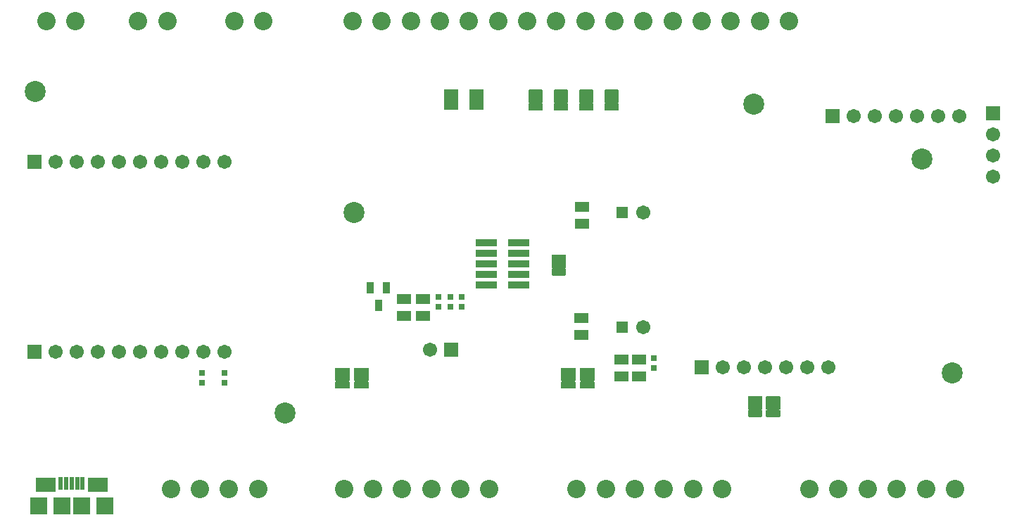
<source format=gts>
%FSTAX23Y23*%
%MOIN*%
%SFA1B1*%

%IPPOS*%
%ADD17O,0.040000X0.020000*%
%ADD18R,0.023750X0.061150*%
%ADD19R,0.094610X0.070990*%
%ADD20R,0.078870X0.082800*%
%ADD21R,0.082800X0.082800*%
%ADD22R,0.029650X0.029650*%
%ADD23R,0.068000X0.048000*%
%ADD24R,0.102490X0.037920*%
%ADD25R,0.033590X0.057210*%
%ADD26C,0.099530*%
%ADD27R,0.067060X0.067060*%
%ADD28C,0.067060*%
%ADD29R,0.055240X0.055240*%
%ADD30R,0.067060X0.067060*%
%ADD31C,0.086740*%
%LNlayout-1*%
%LPD*%
G36*
X0321Y03048D02*
X03211Y03048D01*
X03211Y03048*
X03212Y03048*
X03212Y03048*
X03212Y03047*
X03213Y03047*
X03213Y03047*
X03213Y03046*
X03213Y03046*
X03213Y03045*
X03214Y03045*
Y0302*
X03213Y03019*
X03213Y03018*
X03213Y03018*
X03213Y03018*
X03213Y03017*
X03212Y03017*
X03209Y03013*
X0321Y03014*
X0321Y03013*
X03211Y03013*
X03211Y03013*
X03212Y03013*
X03212Y03013*
X03212Y03012*
X03213Y03012*
X03213Y03012*
X03213Y03011*
X03213Y03011*
X03213Y0301*
X03214Y0301*
Y02955*
X03213Y02954*
X03213Y02953*
X03213Y02953*
X03213Y02953*
X03213Y02952*
X03212Y02952*
X03212Y02951*
X03212Y02951*
X03211Y02951*
X03211Y02951*
X0321Y02951*
X0321Y0295*
X0315*
X03149Y02951*
X03148Y02951*
X03148Y02951*
X03148Y02951*
X03147Y02951*
X03147Y02952*
X03146Y02952*
X03146Y02953*
X03146Y02953*
X03146Y02953*
X03146Y02954*
X03145Y02955*
Y0301*
X03146Y0301*
X03146Y03011*
X03146Y03011*
X03146Y03012*
X03146Y03012*
X03147Y03012*
X03147Y03013*
X03148Y03013*
X03148Y03013*
X03148Y03013*
X03149Y03013*
X0315Y03014*
X0315Y03013*
X03147Y03017*
X03146Y03017*
X03146Y03018*
X03146Y03018*
X03146Y03018*
X03146Y03019*
X03145Y0302*
Y03045*
X03146Y03045*
X03146Y03046*
X03146Y03046*
X03146Y03047*
X03146Y03047*
X03147Y03047*
X03147Y03048*
X03148Y03048*
X03148Y03048*
X03148Y03048*
X03149Y03048*
X0315Y03049*
X0321*
X0321Y03048*
G37*
G36*
X0309D02*
X03091Y03048D01*
X03091Y03048*
X03092Y03048*
X03092Y03048*
X03092Y03047*
X03093Y03047*
X03093Y03047*
X03093Y03046*
X03093Y03046*
X03093Y03045*
X03094Y03045*
Y0302*
X03093Y03019*
X03093Y03018*
X03093Y03018*
X03093Y03018*
X03093Y03017*
X03092Y03017*
X03089Y03013*
X0309Y03014*
X0309Y03013*
X03091Y03013*
X03091Y03013*
X03092Y03013*
X03092Y03013*
X03092Y03012*
X03093Y03012*
X03093Y03012*
X03093Y03011*
X03093Y03011*
X03093Y0301*
X03094Y0301*
Y02955*
X03093Y02954*
X03093Y02953*
X03093Y02953*
X03093Y02953*
X03093Y02952*
X03092Y02952*
X03092Y02951*
X03092Y02951*
X03091Y02951*
X03091Y02951*
X0309Y02951*
X0309Y0295*
X0303*
X03029Y02951*
X03028Y02951*
X03028Y02951*
X03028Y02951*
X03027Y02951*
X03027Y02952*
X03026Y02952*
X03026Y02953*
X03026Y02953*
X03026Y02953*
X03026Y02954*
X03025Y02955*
Y0301*
X03026Y0301*
X03026Y03011*
X03026Y03011*
X03026Y03012*
X03026Y03012*
X03027Y03012*
X03027Y03013*
X03028Y03013*
X03028Y03013*
X03028Y03013*
X03029Y03013*
X0303Y03014*
X0303Y03013*
X03027Y03017*
X03026Y03017*
X03026Y03018*
X03026Y03018*
X03026Y03018*
X03026Y03019*
X03025Y0302*
Y03045*
X03026Y03045*
X03026Y03046*
X03026Y03046*
X03026Y03047*
X03026Y03047*
X03027Y03047*
X03027Y03048*
X03028Y03048*
X03028Y03048*
X03028Y03048*
X03029Y03048*
X0303Y03049*
X0309*
X0309Y03048*
G37*
G36*
X0385Y03046D02*
X03851Y03046D01*
X03851Y03046*
X03852Y03045*
X03852Y03045*
X03852Y03045*
X03853Y03044*
X03853Y03044*
X03853Y03044*
X03853Y03043*
X03853Y03043*
X03854Y03042*
Y02987*
X03853Y02986*
X03853Y02986*
X03853Y02985*
X03853Y02985*
X03853Y02985*
X03852Y02984*
X03852Y02984*
X03852Y02984*
X03851Y02983*
X03851Y02983*
X0385Y02983*
X0385Y02983*
X03849Y02983*
X03852Y0298*
X03853Y02979*
X03853Y02979*
X03853Y02979*
X03853Y02978*
X03853Y02978*
X03854Y02977*
Y02952*
X03853Y02951*
X03853Y02951*
X03853Y0295*
X03853Y0295*
X03853Y0295*
X03852Y02949*
X03852Y02949*
X03852Y02949*
X03851Y02948*
X03851Y02948*
X0385Y02948*
X0385Y02948*
X0379*
X03789Y02948*
X03788Y02948*
X03788Y02948*
X03788Y02949*
X03787Y02949*
X03787Y02949*
X03786Y0295*
X03786Y0295*
X03786Y0295*
X03786Y02951*
X03786Y02951*
X03785Y02952*
Y02977*
X03786Y02978*
X03786Y02978*
X03786Y02979*
X03786Y02979*
X03786Y02979*
X03787Y0298*
X0379Y02983*
X0379Y02983*
X03789Y02983*
X03788Y02983*
X03788Y02983*
X03788Y02984*
X03787Y02984*
X03787Y02984*
X03786Y02985*
X03786Y02985*
X03786Y02985*
X03786Y02986*
X03786Y02986*
X03785Y02987*
Y03042*
X03786Y03043*
X03786Y03043*
X03786Y03044*
X03786Y03044*
X03786Y03044*
X03787Y03045*
X03787Y03045*
X03788Y03045*
X03788Y03046*
X03788Y03046*
X03789Y03046*
X0379Y03046*
X0385*
X0385Y03046*
G37*
G36*
X0373D02*
X03731Y03046D01*
X03731Y03046*
X03732Y03045*
X03732Y03045*
X03732Y03045*
X03733Y03044*
X03733Y03044*
X03733Y03044*
X03733Y03043*
X03733Y03043*
X03734Y03042*
Y02987*
X03733Y02986*
X03733Y02986*
X03733Y02985*
X03733Y02985*
X03733Y02985*
X03732Y02984*
X03732Y02984*
X03732Y02984*
X03731Y02983*
X03731Y02983*
X0373Y02983*
X0373Y02983*
X03729Y02983*
X03732Y0298*
X03733Y02979*
X03733Y02979*
X03733Y02979*
X03733Y02978*
X03733Y02978*
X03734Y02977*
Y02952*
X03733Y02951*
X03733Y02951*
X03733Y0295*
X03733Y0295*
X03733Y0295*
X03732Y02949*
X03732Y02949*
X03732Y02949*
X03731Y02948*
X03731Y02948*
X0373Y02948*
X0373Y02948*
X0367*
X03669Y02948*
X03668Y02948*
X03668Y02948*
X03668Y02949*
X03667Y02949*
X03667Y02949*
X03666Y0295*
X03666Y0295*
X03666Y0295*
X03666Y02951*
X03666Y02951*
X03665Y02952*
Y02977*
X03666Y02978*
X03666Y02978*
X03666Y02979*
X03666Y02979*
X03666Y02979*
X03667Y0298*
X0367Y02983*
X0367Y02983*
X03669Y02983*
X03668Y02983*
X03668Y02983*
X03668Y02984*
X03667Y02984*
X03667Y02984*
X03666Y02985*
X03666Y02985*
X03666Y02985*
X03666Y02986*
X03666Y02986*
X03665Y02987*
Y03042*
X03666Y03043*
X03666Y03043*
X03666Y03044*
X03666Y03044*
X03666Y03044*
X03667Y03045*
X03667Y03045*
X03668Y03045*
X03668Y03046*
X03668Y03046*
X03669Y03046*
X0367Y03046*
X0373*
X0373Y03046*
G37*
G36*
X0361D02*
X03611Y03046D01*
X03611Y03046*
X03612Y03045*
X03612Y03045*
X03612Y03045*
X03613Y03044*
X03613Y03044*
X03613Y03044*
X03613Y03043*
X03613Y03043*
X03614Y03042*
Y02987*
X03613Y02986*
X03613Y02986*
X03613Y02985*
X03613Y02985*
X03613Y02985*
X03612Y02984*
X03612Y02984*
X03612Y02984*
X03611Y02983*
X03611Y02983*
X0361Y02983*
X0361Y02983*
X03609Y02983*
X03612Y0298*
X03613Y02979*
X03613Y02979*
X03613Y02979*
X03613Y02978*
X03613Y02978*
X03614Y02977*
Y02952*
X03613Y02951*
X03613Y02951*
X03613Y0295*
X03613Y0295*
X03613Y0295*
X03612Y02949*
X03612Y02949*
X03612Y02949*
X03611Y02948*
X03611Y02948*
X0361Y02948*
X0361Y02948*
X0355*
X03549Y02948*
X03548Y02948*
X03548Y02948*
X03548Y02949*
X03547Y02949*
X03547Y02949*
X03546Y0295*
X03546Y0295*
X03546Y0295*
X03546Y02951*
X03546Y02951*
X03545Y02952*
Y02977*
X03546Y02978*
X03546Y02978*
X03546Y02979*
X03546Y02979*
X03546Y02979*
X03547Y0298*
X0355Y02983*
X0355Y02983*
X03549Y02983*
X03548Y02983*
X03548Y02983*
X03548Y02984*
X03547Y02984*
X03547Y02984*
X03546Y02985*
X03546Y02985*
X03546Y02985*
X03546Y02986*
X03546Y02986*
X03545Y02987*
Y03042*
X03546Y03043*
X03546Y03043*
X03546Y03044*
X03546Y03044*
X03546Y03044*
X03547Y03045*
X03547Y03045*
X03548Y03045*
X03548Y03046*
X03548Y03046*
X03549Y03046*
X0355Y03046*
X0361*
X0361Y03046*
G37*
G36*
X0349D02*
X03491Y03046D01*
X03491Y03046*
X03492Y03045*
X03492Y03045*
X03492Y03045*
X03493Y03044*
X03493Y03044*
X03493Y03044*
X03493Y03043*
X03493Y03043*
X03494Y03042*
Y02987*
X03493Y02986*
X03493Y02986*
X03493Y02985*
X03493Y02985*
X03493Y02985*
X03492Y02984*
X03492Y02984*
X03492Y02984*
X03491Y02983*
X03491Y02983*
X0349Y02983*
X0349Y02983*
X03489Y02983*
X03492Y0298*
X03493Y02979*
X03493Y02979*
X03493Y02979*
X03493Y02978*
X03493Y02978*
X03494Y02977*
Y02952*
X03493Y02951*
X03493Y02951*
X03493Y0295*
X03493Y0295*
X03493Y0295*
X03492Y02949*
X03492Y02949*
X03492Y02949*
X03491Y02948*
X03491Y02948*
X0349Y02948*
X0349Y02948*
X0343*
X03429Y02948*
X03428Y02948*
X03428Y02948*
X03428Y02949*
X03427Y02949*
X03427Y02949*
X03426Y0295*
X03426Y0295*
X03426Y0295*
X03426Y02951*
X03426Y02951*
X03425Y02952*
Y02977*
X03426Y02978*
X03426Y02978*
X03426Y02979*
X03426Y02979*
X03426Y02979*
X03427Y0298*
X0343Y02983*
X0343Y02983*
X03429Y02983*
X03428Y02983*
X03428Y02983*
X03428Y02984*
X03427Y02984*
X03427Y02984*
X03426Y02985*
X03426Y02985*
X03426Y02985*
X03426Y02986*
X03426Y02986*
X03425Y02987*
Y03042*
X03426Y03043*
X03426Y03043*
X03426Y03044*
X03426Y03044*
X03426Y03044*
X03427Y03045*
X03427Y03045*
X03428Y03045*
X03428Y03046*
X03428Y03046*
X03429Y03046*
X0343Y03046*
X0349*
X0349Y03046*
G37*
G36*
X036Y02263D02*
X03601Y02263D01*
X03601Y02263*
X03602Y02263*
X03602Y02263*
X03602Y02262*
X03603Y02262*
X03603Y02262*
X03603Y02261*
X03603Y02261*
X03603Y0226*
X03604Y0226*
Y02205*
X03603Y02204*
X03603Y02203*
X03603Y02203*
X03603Y02203*
X03603Y02202*
X03602Y02202*
X03602Y02201*
X03602Y02201*
X03601Y02201*
X03601Y02201*
X036Y02201*
X036Y022*
X03599Y02201*
X03602Y02197*
X03603Y02197*
X03603Y02197*
X03603Y02196*
X03603Y02196*
X03603Y02195*
X03604Y02195*
Y0217*
X03603Y02169*
X03603Y02168*
X03603Y02168*
X03603Y02168*
X03603Y02167*
X03602Y02167*
X03602Y02166*
X03602Y02166*
X03601Y02166*
X03601Y02166*
X036Y02166*
X036Y02165*
X0354*
X03539Y02166*
X03538Y02166*
X03538Y02166*
X03538Y02166*
X03537Y02166*
X03537Y02167*
X03536Y02167*
X03536Y02168*
X03536Y02168*
X03536Y02168*
X03536Y02169*
X03535Y0217*
Y02195*
X03536Y02195*
X03536Y02196*
X03536Y02196*
X03536Y02197*
X03536Y02197*
X03537Y02197*
X0354Y02201*
X0354Y022*
X03539Y02201*
X03538Y02201*
X03538Y02201*
X03538Y02201*
X03537Y02201*
X03537Y02202*
X03536Y02202*
X03536Y02203*
X03536Y02203*
X03536Y02203*
X03536Y02204*
X03535Y02205*
Y0226*
X03536Y0226*
X03536Y02261*
X03536Y02261*
X03536Y02262*
X03536Y02262*
X03537Y02262*
X03537Y02263*
X03538Y02263*
X03538Y02263*
X03538Y02263*
X03539Y02263*
X0354Y02264*
X036*
X036Y02263*
G37*
G36*
X03735Y01728D02*
X03736Y01728D01*
X03736Y01728*
X03737Y01728*
X03737Y01728*
X03737Y01727*
X03738Y01727*
X03738Y01727*
X03738Y01726*
X03738Y01726*
X03738Y01725*
X03739Y01725*
Y0167*
X03738Y01669*
X03738Y01668*
X03738Y01668*
X03738Y01668*
X03738Y01667*
X03737Y01667*
X03737Y01666*
X03737Y01666*
X03736Y01666*
X03736Y01666*
X03735Y01666*
X03735Y01665*
X03734Y01666*
X03737Y01662*
X03738Y01662*
X03738Y01662*
X03738Y01661*
X03738Y01661*
X03738Y0166*
X03739Y0166*
Y01635*
X03738Y01634*
X03738Y01633*
X03738Y01633*
X03738Y01633*
X03738Y01632*
X03737Y01632*
X03737Y01631*
X03737Y01631*
X03736Y01631*
X03736Y01631*
X03735Y01631*
X03735Y0163*
X03675*
X03674Y01631*
X03673Y01631*
X03673Y01631*
X03673Y01631*
X03672Y01631*
X03672Y01632*
X03671Y01632*
X03671Y01633*
X03671Y01633*
X03671Y01633*
X03671Y01634*
X0367Y01635*
Y0166*
X03671Y0166*
X03671Y01661*
X03671Y01661*
X03671Y01662*
X03671Y01662*
X03672Y01662*
X03675Y01666*
X03675Y01665*
X03674Y01666*
X03673Y01666*
X03673Y01666*
X03673Y01666*
X03672Y01666*
X03672Y01667*
X03671Y01667*
X03671Y01668*
X03671Y01668*
X03671Y01668*
X03671Y01669*
X0367Y0167*
Y01725*
X03671Y01725*
X03671Y01726*
X03671Y01726*
X03671Y01727*
X03671Y01727*
X03672Y01727*
X03672Y01728*
X03673Y01728*
X03673Y01728*
X03673Y01728*
X03674Y01728*
X03675Y01729*
X03735*
X03735Y01728*
G37*
G36*
X03645D02*
X03646Y01728D01*
X03646Y01728*
X03647Y01728*
X03647Y01728*
X03647Y01727*
X03648Y01727*
X03648Y01727*
X03648Y01726*
X03648Y01726*
X03648Y01725*
X03649Y01725*
Y0167*
X03648Y01669*
X03648Y01668*
X03648Y01668*
X03648Y01668*
X03648Y01667*
X03647Y01667*
X03647Y01666*
X03647Y01666*
X03646Y01666*
X03646Y01666*
X03645Y01666*
X03645Y01665*
X03644Y01666*
X03647Y01662*
X03648Y01662*
X03648Y01662*
X03648Y01661*
X03648Y01661*
X03648Y0166*
X03649Y0166*
Y01635*
X03648Y01634*
X03648Y01633*
X03648Y01633*
X03648Y01633*
X03648Y01632*
X03647Y01632*
X03647Y01631*
X03647Y01631*
X03646Y01631*
X03646Y01631*
X03645Y01631*
X03645Y0163*
X03585*
X03584Y01631*
X03583Y01631*
X03583Y01631*
X03583Y01631*
X03582Y01631*
X03582Y01632*
X03581Y01632*
X03581Y01633*
X03581Y01633*
X03581Y01633*
X03581Y01634*
X0358Y01635*
Y0166*
X03581Y0166*
X03581Y01661*
X03581Y01661*
X03581Y01662*
X03581Y01662*
X03582Y01662*
X03585Y01666*
X03585Y01665*
X03584Y01666*
X03583Y01666*
X03583Y01666*
X03583Y01666*
X03582Y01666*
X03582Y01667*
X03581Y01667*
X03581Y01668*
X03581Y01668*
X03581Y01668*
X03581Y01669*
X0358Y0167*
Y01725*
X03581Y01725*
X03581Y01726*
X03581Y01726*
X03581Y01727*
X03581Y01727*
X03582Y01727*
X03582Y01728*
X03583Y01728*
X03583Y01728*
X03583Y01728*
X03584Y01728*
X03585Y01729*
X03645*
X03645Y01728*
G37*
G36*
X02665D02*
X02666Y01728D01*
X02666Y01728*
X02667Y01728*
X02667Y01728*
X02667Y01727*
X02668Y01727*
X02668Y01727*
X02668Y01726*
X02668Y01726*
X02668Y01725*
X02669Y01725*
Y0167*
X02668Y01669*
X02668Y01668*
X02668Y01668*
X02668Y01668*
X02668Y01667*
X02667Y01667*
X02667Y01666*
X02667Y01666*
X02666Y01666*
X02666Y01666*
X02665Y01666*
X02665Y01665*
X02664Y01666*
X02667Y01662*
X02668Y01662*
X02668Y01662*
X02668Y01661*
X02668Y01661*
X02668Y0166*
X02669Y0166*
Y01635*
X02668Y01634*
X02668Y01633*
X02668Y01633*
X02668Y01633*
X02668Y01632*
X02667Y01632*
X02667Y01631*
X02667Y01631*
X02666Y01631*
X02666Y01631*
X02665Y01631*
X02665Y0163*
X02605*
X02604Y01631*
X02603Y01631*
X02603Y01631*
X02603Y01631*
X02602Y01631*
X02602Y01632*
X02601Y01632*
X02601Y01633*
X02601Y01633*
X02601Y01633*
X02601Y01634*
X026Y01635*
Y0166*
X02601Y0166*
X02601Y01661*
X02601Y01661*
X02601Y01662*
X02601Y01662*
X02602Y01662*
X02605Y01666*
X02605Y01665*
X02604Y01666*
X02603Y01666*
X02603Y01666*
X02603Y01666*
X02602Y01666*
X02602Y01667*
X02601Y01667*
X02601Y01668*
X02601Y01668*
X02601Y01668*
X02601Y01669*
X026Y0167*
Y01725*
X02601Y01725*
X02601Y01726*
X02601Y01726*
X02601Y01727*
X02601Y01727*
X02602Y01727*
X02602Y01728*
X02603Y01728*
X02603Y01728*
X02603Y01728*
X02604Y01728*
X02605Y01729*
X02665*
X02665Y01728*
G37*
G36*
X02575D02*
X02576Y01728D01*
X02576Y01728*
X02577Y01728*
X02577Y01728*
X02577Y01727*
X02578Y01727*
X02578Y01727*
X02578Y01726*
X02578Y01726*
X02578Y01725*
X02579Y01725*
Y0167*
X02578Y01669*
X02578Y01668*
X02578Y01668*
X02578Y01668*
X02578Y01667*
X02577Y01667*
X02577Y01666*
X02577Y01666*
X02576Y01666*
X02576Y01666*
X02575Y01666*
X02575Y01665*
X02574Y01666*
X02577Y01662*
X02578Y01662*
X02578Y01662*
X02578Y01661*
X02578Y01661*
X02578Y0166*
X02579Y0166*
Y01635*
X02578Y01634*
X02578Y01633*
X02578Y01633*
X02578Y01633*
X02578Y01632*
X02577Y01632*
X02577Y01631*
X02577Y01631*
X02576Y01631*
X02576Y01631*
X02575Y01631*
X02575Y0163*
X02515*
X02514Y01631*
X02513Y01631*
X02513Y01631*
X02513Y01631*
X02512Y01631*
X02512Y01632*
X02511Y01632*
X02511Y01633*
X02511Y01633*
X02511Y01633*
X02511Y01634*
X0251Y01635*
Y0166*
X02511Y0166*
X02511Y01661*
X02511Y01661*
X02511Y01662*
X02511Y01662*
X02512Y01662*
X02515Y01666*
X02515Y01665*
X02514Y01666*
X02513Y01666*
X02513Y01666*
X02513Y01666*
X02512Y01666*
X02512Y01667*
X02511Y01667*
X02511Y01668*
X02511Y01668*
X02511Y01668*
X02511Y01669*
X0251Y0167*
Y01725*
X02511Y01725*
X02511Y01726*
X02511Y01726*
X02511Y01727*
X02511Y01727*
X02512Y01727*
X02512Y01728*
X02513Y01728*
X02513Y01728*
X02513Y01728*
X02514Y01728*
X02515Y01729*
X02575*
X02575Y01728*
G37*
G36*
X04615Y01593D02*
X04616Y01593D01*
X04616Y01593*
X04617Y01593*
X04617Y01593*
X04617Y01592*
X04618Y01592*
X04618Y01592*
X04618Y01591*
X04618Y01591*
X04618Y0159*
X04619Y0159*
Y01535*
X04618Y01534*
X04618Y01533*
X04618Y01533*
X04618Y01533*
X04618Y01532*
X04617Y01532*
X04617Y01531*
X04617Y01531*
X04616Y01531*
X04616Y01531*
X04615Y01531*
X04615Y0153*
X04614Y01531*
X04617Y01527*
X04618Y01527*
X04618Y01527*
X04618Y01526*
X04618Y01526*
X04618Y01525*
X04619Y01525*
Y015*
X04618Y01499*
X04618Y01498*
X04618Y01498*
X04618Y01498*
X04618Y01497*
X04617Y01497*
X04617Y01496*
X04617Y01496*
X04616Y01496*
X04616Y01496*
X04615Y01496*
X04615Y01495*
X04555*
X04554Y01496*
X04553Y01496*
X04553Y01496*
X04553Y01496*
X04552Y01496*
X04552Y01497*
X04551Y01497*
X04551Y01498*
X04551Y01498*
X04551Y01498*
X04551Y01499*
X0455Y015*
Y01525*
X04551Y01525*
X04551Y01526*
X04551Y01526*
X04551Y01527*
X04551Y01527*
X04552Y01527*
X04555Y01531*
X04555Y0153*
X04554Y01531*
X04553Y01531*
X04553Y01531*
X04553Y01531*
X04552Y01531*
X04552Y01532*
X04551Y01532*
X04551Y01533*
X04551Y01533*
X04551Y01533*
X04551Y01534*
X0455Y01535*
Y0159*
X04551Y0159*
X04551Y01591*
X04551Y01591*
X04551Y01592*
X04551Y01592*
X04552Y01592*
X04552Y01593*
X04553Y01593*
X04553Y01593*
X04553Y01593*
X04554Y01593*
X04555Y01594*
X04615*
X04615Y01593*
G37*
G36*
X0453D02*
X04531Y01593D01*
X04531Y01593*
X04532Y01593*
X04532Y01593*
X04532Y01592*
X04533Y01592*
X04533Y01592*
X04533Y01591*
X04533Y01591*
X04533Y0159*
X04534Y0159*
Y01535*
X04533Y01534*
X04533Y01533*
X04533Y01533*
X04533Y01533*
X04533Y01532*
X04532Y01532*
X04532Y01531*
X04532Y01531*
X04531Y01531*
X04531Y01531*
X0453Y01531*
X0453Y0153*
X04529Y01531*
X04532Y01527*
X04533Y01527*
X04533Y01527*
X04533Y01526*
X04533Y01526*
X04533Y01525*
X04534Y01525*
Y015*
X04533Y01499*
X04533Y01498*
X04533Y01498*
X04533Y01498*
X04533Y01497*
X04532Y01497*
X04532Y01496*
X04532Y01496*
X04531Y01496*
X04531Y01496*
X0453Y01496*
X0453Y01495*
X0447*
X04469Y01496*
X04468Y01496*
X04468Y01496*
X04468Y01496*
X04467Y01496*
X04467Y01497*
X04466Y01497*
X04466Y01498*
X04466Y01498*
X04466Y01498*
X04466Y01499*
X04465Y015*
Y01525*
X04466Y01525*
X04466Y01526*
X04466Y01526*
X04466Y01527*
X04466Y01527*
X04467Y01527*
X0447Y01531*
X0447Y0153*
X04469Y01531*
X04468Y01531*
X04468Y01531*
X04468Y01531*
X04467Y01531*
X04467Y01532*
X04466Y01532*
X04466Y01533*
X04466Y01533*
X04466Y01533*
X04466Y01534*
X04465Y01535*
Y0159*
X04466Y0159*
X04466Y01591*
X04466Y01591*
X04466Y01592*
X04466Y01592*
X04467Y01592*
X04467Y01593*
X04468Y01593*
X04468Y01593*
X04468Y01593*
X04469Y01593*
X0447Y01594*
X0453*
X0453Y01593*
G37*
%LNlayout-2*%
%LPC*%
G36*
X0318Y02986D02*
X0318Y02985D01*
X03179Y02986*
X0318Y02985*
X0318Y02986*
G37*
G36*
X0306D02*
X0306Y02985D01*
X03059Y02986*
X0306Y02985*
X0306Y02986*
G37*
G36*
X0382Y03011D02*
X03819Y03011D01*
X0382Y03011*
X0382Y03011*
X0382Y03011*
G37*
G36*
X037D02*
X03699Y03011D01*
X037Y03011*
X037Y03011*
X037Y03011*
G37*
G36*
X0358D02*
X03579Y03011D01*
X0358Y03011*
X0358Y03011*
X0358Y03011*
G37*
G36*
X0346D02*
X03459Y03011D01*
X0346Y03011*
X0346Y03011*
X0346Y03011*
G37*
G36*
X0357Y02229D02*
X03569Y02228D01*
X0357Y02229*
X0357Y02228*
X0357Y02229*
G37*
G36*
X03705Y01694D02*
X03704Y01693D01*
X03705Y01694*
X03705Y01693*
X03705Y01694*
G37*
G36*
X03615D02*
X03614Y01693D01*
X03615Y01694*
X03615Y01693*
X03615Y01694*
G37*
G36*
X02635D02*
X02634Y01693D01*
X02635Y01694*
X02635Y01693*
X02635Y01694*
G37*
G36*
X02545D02*
X02544Y01693D01*
X02545Y01694*
X02545Y01693*
X02545Y01694*
G37*
G36*
X04585Y01559D02*
X04584Y01558D01*
X04585Y01559*
X04585Y01558*
X04585Y01559*
G37*
G36*
X045D02*
X04499Y01558D01*
X045Y01559*
X045Y01558*
X045Y01559*
G37*
%LNlayout-3*%
%LPD*%
G54D17*
X04585Y01577D03*
Y01512D03*
X045Y01577D03*
Y01512D03*
X02545Y01712D03*
Y01647D03*
X02635Y01712D03*
Y01647D03*
X03615D03*
Y01712D03*
X03705Y01647D03*
Y01712D03*
X0357Y02182D03*
Y02247D03*
X0318Y03032D03*
Y02967D03*
X0306Y03032D03*
Y02967D03*
X0346Y02965D03*
Y0303D03*
X0358Y02965D03*
Y0303D03*
X0382Y02965D03*
Y0303D03*
X037Y02965D03*
Y0303D03*
G54D18*
X01211Y0118D03*
X01236D03*
X01262D03*
X01288D03*
X01313D03*
G54D19*
X01138Y01175D03*
X01386D03*
G54D20*
X01105Y01075D03*
X01419D03*
G54D21*
X01215Y01075D03*
X01309D03*
G54D22*
X0402Y01773D03*
Y01727D03*
X0311Y02063D03*
Y02017D03*
X03055Y02063D03*
Y02017D03*
X03Y02063D03*
Y02017D03*
X0188Y01657D03*
Y01703D03*
X01985Y01657D03*
Y01703D03*
G54D23*
X0395Y01689D03*
Y01769D03*
X03865Y01689D03*
Y01769D03*
X02835Y01975D03*
Y02055D03*
X02925Y01975D03*
Y02055D03*
X03675Y01885D03*
Y01965D03*
X0368Y0241D03*
Y0249D03*
G54D24*
X03378Y0212D03*
X03225D03*
X03378Y0217D03*
X03225D03*
X03378Y0222D03*
X03225D03*
X03378Y0227D03*
X03225D03*
X03378Y0232D03*
X03225D03*
G54D25*
X02752Y02106D03*
X02677D03*
X02715Y02023D03*
G54D26*
X05288Y02718D03*
X02598Y02463D03*
X05433Y01703D03*
X04493Y02978D03*
X02273Y01513D03*
X01088Y03038D03*
G54D27*
X01085Y02705D03*
X04865Y0292D03*
X04245Y0173D03*
X01085Y01805D03*
X0306Y01815D03*
G54D28*
X01185Y02705D03*
X01385D03*
X01485D03*
X01585D03*
X01685D03*
X01785D03*
X01885D03*
X01985D03*
X01285D03*
X0397Y02465D03*
Y0192D03*
X05065Y0292D03*
X04965D03*
X05165D03*
X05265D03*
X05365D03*
X05465D03*
X05625Y02835D03*
Y02735D03*
Y02635D03*
X04845Y0173D03*
X04745D03*
X04645D03*
X04545D03*
X04345D03*
X04445D03*
X01285Y01805D03*
X01985D03*
X01885D03*
X01785D03*
X01685D03*
X01585D03*
X01485D03*
X01385D03*
X01185D03*
X0296Y01815D03*
G54D29*
X0387Y02465D03*
Y0192D03*
G54D30*
X05625Y02935D03*
G54D31*
X04522Y0337D03*
X0466D03*
X04246D03*
X04384D03*
X03971D03*
X04108D03*
X03695D03*
X03833D03*
X03419D03*
X03557D03*
X03144D03*
X03282D03*
X02868D03*
X03006D03*
X02593D03*
X0273D03*
X02032D03*
X0217D03*
X01577D03*
X01715D03*
X01142D03*
X0128D03*
X04894Y01155D03*
X04756D03*
X05445D03*
X05308D03*
X0517D03*
X05032D03*
X04343D03*
X04205D03*
X04067D03*
X0393D03*
X03792D03*
X03654D03*
X03241D03*
X03103D03*
X02965D03*
X02827D03*
X0269D03*
X02552D03*
X02145D03*
X02007D03*
X0187D03*
X01732D03*
M02*
</source>
